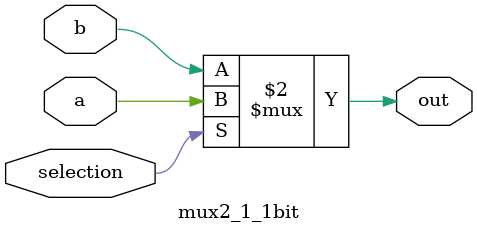
<source format=v>
`timescale 1ns / 1ps
module mux2_1_1bit(
    input a,
    input b,
    input selection,
    output out
    );

	assign out = (selection == 1'b1) ? a : b;

endmodule


</source>
